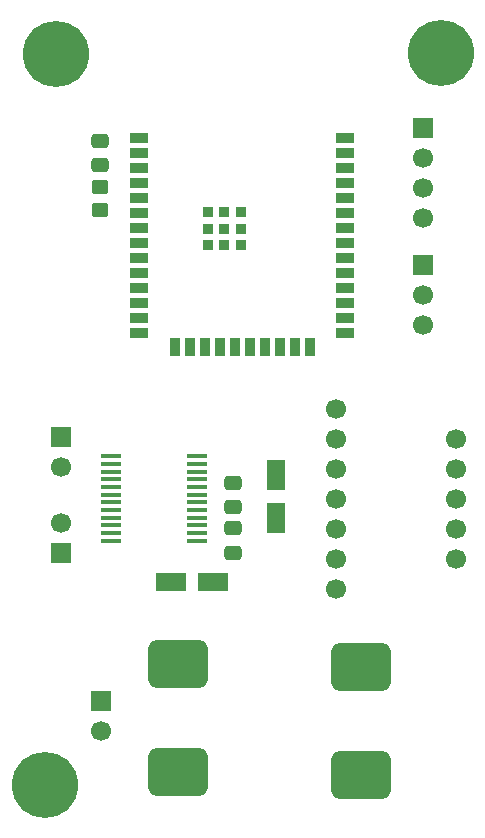
<source format=gbr>
%TF.GenerationSoftware,KiCad,Pcbnew,9.0.2-9.0.2-0~ubuntu24.04.1*%
%TF.CreationDate,2025-06-12T20:24:44+02:00*%
%TF.ProjectId,PCB_Robot,5043425f-526f-4626-9f74-2e6b69636164,rev?*%
%TF.SameCoordinates,Original*%
%TF.FileFunction,Soldermask,Top*%
%TF.FilePolarity,Negative*%
%FSLAX46Y46*%
G04 Gerber Fmt 4.6, Leading zero omitted, Abs format (unit mm)*
G04 Created by KiCad (PCBNEW 9.0.2-9.0.2-0~ubuntu24.04.1) date 2025-06-12 20:24:44*
%MOMM*%
%LPD*%
G01*
G04 APERTURE LIST*
G04 Aperture macros list*
%AMRoundRect*
0 Rectangle with rounded corners*
0 $1 Rounding radius*
0 $2 $3 $4 $5 $6 $7 $8 $9 X,Y pos of 4 corners*
0 Add a 4 corners polygon primitive as box body*
4,1,4,$2,$3,$4,$5,$6,$7,$8,$9,$2,$3,0*
0 Add four circle primitives for the rounded corners*
1,1,$1+$1,$2,$3*
1,1,$1+$1,$4,$5*
1,1,$1+$1,$6,$7*
1,1,$1+$1,$8,$9*
0 Add four rect primitives between the rounded corners*
20,1,$1+$1,$2,$3,$4,$5,0*
20,1,$1+$1,$4,$5,$6,$7,0*
20,1,$1+$1,$6,$7,$8,$9,0*
20,1,$1+$1,$8,$9,$2,$3,0*%
G04 Aperture macros list end*
%ADD10C,5.600000*%
%ADD11R,1.500000X0.900000*%
%ADD12R,0.900000X1.500000*%
%ADD13R,0.900000X0.900000*%
%ADD14C,1.700000*%
%ADD15R,1.700000X1.700000*%
%ADD16RoundRect,0.600000X-1.900000X-1.400000X1.900000X-1.400000X1.900000X1.400000X-1.900000X1.400000X0*%
%ADD17RoundRect,0.250000X0.475000X-0.337500X0.475000X0.337500X-0.475000X0.337500X-0.475000X-0.337500X0*%
%ADD18RoundRect,0.250000X0.450000X-0.350000X0.450000X0.350000X-0.450000X0.350000X-0.450000X-0.350000X0*%
%ADD19RoundRect,0.250000X-0.550000X1.050000X-0.550000X-1.050000X0.550000X-1.050000X0.550000X1.050000X0*%
%ADD20RoundRect,0.250000X-1.050000X-0.550000X1.050000X-0.550000X1.050000X0.550000X-1.050000X0.550000X0*%
%ADD21RoundRect,0.250000X-0.475000X0.337500X-0.475000X-0.337500X0.475000X-0.337500X0.475000X0.337500X0*%
%ADD22R,1.750000X0.450000*%
G04 APERTURE END LIST*
D10*
%TO.C,REF\u002A\u002A*%
X116230400Y-136804400D03*
%TD*%
%TO.C,REF\u002A\u002A*%
X149758400Y-74828400D03*
%TD*%
%TO.C,REF\u002A\u002A*%
X117195600Y-74930000D03*
%TD*%
D11*
%TO.C,U1*%
X124200000Y-82000000D03*
X124200000Y-83270000D03*
X124200000Y-84540000D03*
X124200000Y-85810000D03*
X124200000Y-87080000D03*
X124200000Y-88350000D03*
X124200000Y-89620000D03*
X124200000Y-90890000D03*
X124200000Y-92160000D03*
X124200000Y-93430000D03*
X124200000Y-94700000D03*
X124200000Y-95970000D03*
X124200000Y-97240000D03*
X124200000Y-98510000D03*
D12*
X127230000Y-99760000D03*
X128500000Y-99760000D03*
X129770000Y-99760000D03*
X131040000Y-99760000D03*
X132310000Y-99760000D03*
X133580000Y-99760000D03*
X134850000Y-99760000D03*
X136120000Y-99760000D03*
X137390000Y-99760000D03*
X138660000Y-99760000D03*
D11*
X141700000Y-98510000D03*
X141700000Y-97240000D03*
X141700000Y-95970000D03*
X141700000Y-94700000D03*
X141700000Y-93430000D03*
X141700000Y-92160000D03*
X141700000Y-90890000D03*
X141700000Y-89620000D03*
X141700000Y-88350000D03*
X141700000Y-87080000D03*
X141700000Y-85810000D03*
X141700000Y-84540000D03*
X141700000Y-83270000D03*
X141700000Y-82000000D03*
D13*
X130050000Y-88320000D03*
X130050000Y-88320000D03*
X130050000Y-89720000D03*
X130050000Y-91120000D03*
X130050000Y-91120000D03*
X131450000Y-88320000D03*
X131450000Y-89720000D03*
X131450000Y-91120000D03*
X131450000Y-91120000D03*
X132850000Y-88320000D03*
X132850000Y-89720000D03*
X132850000Y-91120000D03*
%TD*%
D14*
%TO.C,J1*%
X148250000Y-88790000D03*
X148250000Y-86250000D03*
X148250000Y-83710000D03*
D15*
X148250000Y-81170000D03*
%TD*%
D16*
%TO.C,U4*%
X127553000Y-126601000D03*
X127553000Y-135745000D03*
X143047000Y-135999000D03*
X143047000Y-126855000D03*
%TD*%
D15*
%TO.C,JP1*%
X148300000Y-92770000D03*
D14*
X148300000Y-95310000D03*
X148300000Y-97850000D03*
%TD*%
%TO.C,U3*%
X140920000Y-104980000D03*
X140920000Y-107520000D03*
X140920000Y-110060000D03*
X140920000Y-112600000D03*
X140920000Y-115140000D03*
X140920000Y-117680000D03*
X140920000Y-120220000D03*
X151080000Y-107520000D03*
X151080000Y-110060000D03*
X151080000Y-112600000D03*
X151080000Y-115140000D03*
X151080000Y-117680000D03*
%TD*%
D17*
%TO.C,C5*%
X132200000Y-117137500D03*
X132200000Y-115062500D03*
%TD*%
D15*
%TO.C,J3*%
X117600000Y-107325000D03*
D14*
X117600000Y-109865000D03*
%TD*%
D15*
%TO.C,J2*%
X121000000Y-129700000D03*
D14*
X121000000Y-132240000D03*
%TD*%
D18*
%TO.C,R1*%
X120900000Y-88150000D03*
X120900000Y-86150000D03*
%TD*%
D15*
%TO.C,J4*%
X117600000Y-117140000D03*
D14*
X117600000Y-114600000D03*
%TD*%
D17*
%TO.C,C1*%
X120900000Y-84337500D03*
X120900000Y-82262500D03*
%TD*%
D19*
%TO.C,C2*%
X135800000Y-110600000D03*
X135800000Y-114200000D03*
%TD*%
D20*
%TO.C,C4*%
X126900000Y-119600000D03*
X130500000Y-119600000D03*
%TD*%
D21*
%TO.C,C3*%
X132200000Y-111225000D03*
X132200000Y-113300000D03*
%TD*%
D22*
%TO.C,U2*%
X121890000Y-108965000D03*
X121890000Y-109615000D03*
X121890000Y-110265000D03*
X121890000Y-110915000D03*
X121890000Y-111565000D03*
X121890000Y-112215000D03*
X121890000Y-112865000D03*
X121890000Y-113515000D03*
X121890000Y-114165000D03*
X121890000Y-114815000D03*
X121890000Y-115465000D03*
X121890000Y-116115000D03*
X129090000Y-116115000D03*
X129090000Y-115465000D03*
X129090000Y-114815000D03*
X129090000Y-114165000D03*
X129090000Y-113515000D03*
X129090000Y-112865000D03*
X129090000Y-112215000D03*
X129090000Y-111565000D03*
X129090000Y-110915000D03*
X129090000Y-110265000D03*
X129090000Y-109615000D03*
X129090000Y-108965000D03*
%TD*%
M02*

</source>
